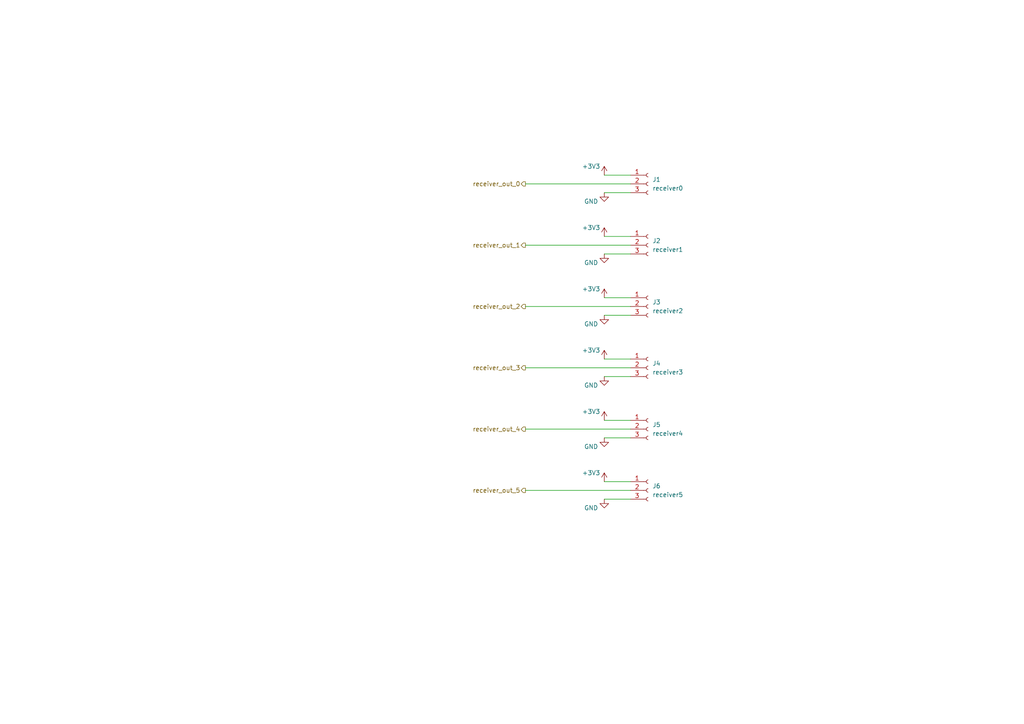
<source format=kicad_sch>
(kicad_sch (version 20211123) (generator eeschema)
  (paper "A4")
  (lib_symbols
    (symbol "Connector:Conn_01x03_Female" (pin_names (offset 1.016) hide)
      (property "Reference" "J" (at 0 5.08 0))
      (property "Value" "Conn_01x03_Female" (at 0 -5.08 0))
      (symbol "Conn_01x03_Female_1_1"
        (arc (start 0 -2.032) (mid -0.508 -2.54) (end 0 -3.048) (stroke (width 0.1524)))
        (polyline (pts (xy -1.27 -2.54) (xy -0.508 -2.54)) (stroke (width 0.1524)))
        (polyline (pts (xy -1.27 0) (xy -0.508 0)) (stroke (width 0.1524)))
        (polyline (pts (xy -1.27 2.54) (xy -0.508 2.54)) (stroke (width 0.1524)))
        (arc (start 0 0.508) (mid -0.508 0) (end 0 -0.508) (stroke (width 0.1524)))
        (arc (start 0 3.048) (mid -0.508 2.54) (end 0 2.032) (stroke (width 0.1524)))
        (pin passive line (at -5.08 2.54 0) (length 3.81) (name "Pin_1") (number "1"))
        (pin passive line (at -5.08 0 0) (length 3.81) (name "Pin_2") (number "2"))
        (pin passive line (at -5.08 -2.54 0) (length 3.81) (name "Pin_3") (number "3"))
      )
    )
    (symbol "power:+3V3" (power) (pin_names (offset 0))
      (property "Value" "+3V3" (at 0 3.556 0))
      (symbol "+3V3_0_1"
        (polyline (pts (xy -0.762 1.27) (xy 0 2.54)))
        (polyline (pts (xy 0 0) (xy 0 2.54)))
        (polyline (pts (xy 0 2.54) (xy 0.762 1.27)))
      )
      (symbol "+3V3_1_1"
        (pin power_in line (at 0 0 90) (length 0) hide (name "+3V3") (number "1"))
      )
    )
    (symbol "power:GND" (power) (pin_names (offset 0))
      (property "Value" "GND" (at 0 -3.81 0))
      (symbol "GND_0_1"
        (polyline (pts (xy 0 0) (xy 0 -1.27) (xy 1.27 -1.27) (xy 0 -2.54) (xy -1.27 -1.27) (xy 0 -1.27)))
      )
      (symbol "GND_1_1"
        (pin power_in line (at 0 0 270) (length 0) hide (name "GND") (number "1"))
      )
    )
  )
  (wire (pts (xy 175.26 127) (xy 182.88 127)))
  (wire (pts (xy 175.26 109.22) (xy 182.88 109.22)))
  (wire (pts (xy 152.4 88.9) (xy 182.88 88.9)))
  (wire (pts (xy 175.26 73.66) (xy 182.88 73.66)))
  (wire (pts (xy 152.4 53.34) (xy 182.88 53.34)))
  (wire (pts (xy 152.4 124.46) (xy 182.88 124.46)))
  (wire (pts (xy 175.26 139.7) (xy 182.88 139.7)))
  (wire (pts (xy 152.4 106.68) (xy 182.88 106.68)))
  (wire (pts (xy 152.4 142.24) (xy 182.88 142.24)))
  (wire (pts (xy 175.26 104.14) (xy 182.88 104.14)))
  (wire (pts (xy 175.26 86.36) (xy 182.88 86.36)))
  (wire (pts (xy 175.26 121.92) (xy 182.88 121.92)))
  (wire (pts (xy 175.26 144.78) (xy 182.88 144.78)))
  (wire (pts (xy 175.26 91.44) (xy 182.88 91.44)))
  (wire (pts (xy 175.26 68.58) (xy 182.88 68.58)))
  (wire (pts (xy 152.4 71.12) (xy 182.88 71.12)))
  (wire (pts (xy 175.26 50.8) (xy 182.88 50.8)))
  (wire (pts (xy 175.26 55.88) (xy 182.88 55.88)))
  (hierarchical_label "receiver_out_5" (shape output) (at 152.4 142.24 180))
  (hierarchical_label "receiver_out_0" (shape output) (at 152.4 53.34 180))
  (hierarchical_label "receiver_out_1" (shape output) (at 152.4 71.12 180))
  (hierarchical_label "receiver_out_4" (shape output) (at 152.4 124.46 180))
  (hierarchical_label "receiver_out_3" (shape output) (at 152.4 106.68 180))
  (hierarchical_label "receiver_out_2" (shape output) (at 152.4 88.9 180))
  (symbol (lib_id "power:GND") (at 175.26 109.22 0) (unit 1)
    (property "Reference" "#PWR0110" (effects hide))
    (property "Value" "GND" (at 171.45 111.76 0))
  )
  (symbol (lib_id "power:GND") (at 175.26 55.88 0) (unit 1)
    (property "Reference" "#PWR0111" (effects hide))
    (property "Value" "GND" (at 171.45 58.42 0))
  )
  (symbol (lib_id "power:+3V3") (at 175.26 104.14 0) (unit 1)
    (property "Reference" "#PWR0108" (effects hide))
    (property "Value" "+3V3" (at 171.45 101.6 0))
  )
  (symbol (lib_id "Connector:Conn_01x03_Female") (at 187.96 71.12 0) (unit 1)
    (property "Reference" "J2" (at 189.23 69.8499 0) (effects (justify left)))
    (property "Value" "receiver1" (at 189.23 72.3899 0) (effects (justify left)))
    (property "Footprint" "Connector_JST:JST_XH_B3B-XH-A_1x03_P2.50mm_Vertical" (effects hide))
  )
  (symbol (lib_id "Connector:Conn_01x03_Female") (at 187.96 124.46 0) (unit 1)
    (property "Reference" "J5" (at 189.23 123.1899 0) (effects (justify left)))
    (property "Value" "receiver4" (at 189.23 125.7299 0) (effects (justify left)))
    (property "Footprint" "Connector_JST:JST_XH_B3B-XH-A_1x03_P2.50mm_Vertical" (effects hide))
  )
  (symbol (lib_id "power:GND") (at 175.26 73.66 0) (unit 1)
    (property "Reference" "#PWR0106" (effects hide))
    (property "Value" "GND" (at 171.45 76.2 0))
  )
  (symbol (lib_id "Connector:Conn_01x03_Female") (at 187.96 88.9 0) (unit 1)
    (property "Reference" "J3" (at 189.23 87.6299 0) (effects (justify left)))
    (property "Value" "receiver2" (at 189.23 90.1699 0) (effects (justify left)))
    (property "Footprint" "Connector_JST:JST_XH_B3B-XH-A_1x03_P2.50mm_Vertical" (effects hide))
  )
  (symbol (lib_id "power:+3V3") (at 175.26 86.36 0) (unit 1)
    (property "Reference" "#PWR0104" (effects hide))
    (property "Value" "+3V3" (at 171.45 83.82 0))
  )
  (symbol (lib_id "Connector:Conn_01x03_Female") (at 187.96 106.68 0) (unit 1)
    (property "Reference" "J4" (at 189.23 105.4099 0) (effects (justify left)))
    (property "Value" "receiver3" (at 189.23 107.9499 0) (effects (justify left)))
    (property "Footprint" "Connector_JST:JST_XH_B3B-XH-A_1x03_P2.50mm_Vertical" (effects hide))
  )
  (symbol (lib_id "power:+3V3") (at 175.26 68.58 0) (unit 1)
    (property "Reference" "#PWR0105" (effects hide))
    (property "Value" "+3V3" (at 171.45 66.04 0))
  )
  (symbol (lib_id "power:+3V3") (at 175.26 50.8 0) (unit 1)
    (property "Reference" "#PWR0112" (effects hide))
    (property "Value" "+3V3" (at 171.45 48.26 0))
  )
  (symbol (lib_id "Connector:Conn_01x03_Female") (at 187.96 53.34 0) (unit 1)
    (property "Reference" "J1" (at 189.23 52.0699 0) (effects (justify left)))
    (property "Value" "receiver0" (at 189.23 54.6099 0) (effects (justify left)))
    (property "Footprint" "Connector_JST:JST_XH_B3B-XH-A_1x03_P2.50mm_Vertical" (effects hide))
  )
  (symbol (lib_id "Connector:Conn_01x03_Female") (at 187.96 142.24 0) (unit 1)
    (property "Reference" "J6" (at 189.23 140.9699 0) (effects (justify left)))
    (property "Value" "receiver5" (at 189.23 143.5099 0) (effects (justify left)))
    (property "Footprint" "Connector_JST:JST_XH_B3B-XH-A_1x03_P2.50mm_Vertical" (effects hide))
  )
  (symbol (lib_id "power:GND") (at 175.26 127 0) (unit 1)
    (property "Reference" "#PWR0103" (effects hide))
    (property "Value" "GND" (at 171.45 129.54 0))
  )
  (symbol (lib_id "power:GND") (at 175.26 91.44 0) (unit 1)
    (property "Reference" "#PWR0107" (effects hide))
    (property "Value" "GND" (at 171.45 93.98 0))
  )
  (symbol (lib_id "power:+3V3") (at 175.26 121.92 0) (unit 1)
    (property "Reference" "#PWR0109" (effects hide))
    (property "Value" "+3V3" (at 171.45 119.38 0))
  )
  (symbol (lib_id "power:GND") (at 175.26 144.78 0) (unit 1)
    (property "Reference" "#PWR0101" (effects hide))
    (property "Value" "GND" (at 171.45 147.32 0))
  )
  (symbol (lib_id "power:+3V3") (at 175.26 139.7 0) (unit 1)
    (property "Reference" "#PWR0102" (effects hide))
    (property "Value" "+3V3" (at 171.45 137.16 0))
  )
)
</source>
